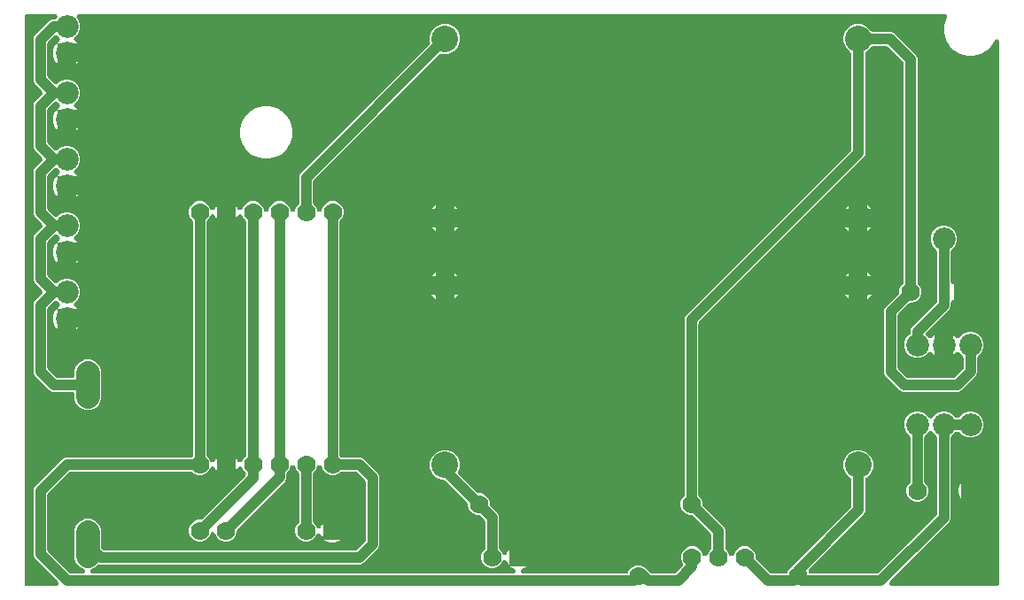
<source format=gbr>
G04 EAGLE Gerber RS-274X export*
G75*
%MOMM*%
%FSLAX34Y34*%
%LPD*%
%INBottom Copper*%
%IPPOS*%
%AMOC8*
5,1,8,0,0,1.08239X$1,22.5*%
G01*
G04 Define Apertures*
%ADD10C,2.184400*%
%ADD11C,1.778000*%
%ADD12C,2.540000*%
%ADD13C,2.247900*%
%ADD14C,1.016000*%
G36*
X142999Y341323D02*
X142008Y341122D01*
X114300Y341122D01*
X113384Y341293D01*
X112533Y341838D01*
X111961Y342671D01*
X111760Y343662D01*
X111760Y885700D01*
X111931Y886616D01*
X112476Y887467D01*
X113309Y888039D01*
X114300Y888240D01*
X140607Y888240D01*
X141484Y888084D01*
X142344Y887552D01*
X142929Y886728D01*
X143146Y885741D01*
X142961Y884747D01*
X142403Y883904D01*
X142147Y883648D01*
X141341Y883105D01*
X140351Y882904D01*
X138386Y882904D01*
X135959Y881899D01*
X121401Y867341D01*
X120396Y864914D01*
X120396Y824186D01*
X121401Y821759D01*
X128565Y814596D01*
X129091Y813828D01*
X129308Y812841D01*
X129123Y811847D01*
X128565Y811004D01*
X121401Y803841D01*
X120396Y801414D01*
X120396Y760686D01*
X121401Y758259D01*
X128565Y751096D01*
X129091Y750328D01*
X129308Y749341D01*
X129123Y748347D01*
X128565Y747504D01*
X121401Y740341D01*
X120396Y737914D01*
X120396Y697186D01*
X121401Y694759D01*
X128565Y687596D01*
X129091Y686828D01*
X129308Y685841D01*
X129123Y684847D01*
X128565Y684004D01*
X121401Y676841D01*
X120396Y674414D01*
X120396Y633686D01*
X121401Y631259D01*
X128565Y624096D01*
X129091Y623328D01*
X129308Y622341D01*
X129123Y621347D01*
X128565Y620504D01*
X121401Y613341D01*
X120396Y610914D01*
X120396Y544786D01*
X121401Y542359D01*
X135959Y527801D01*
X138386Y526796D01*
X157036Y526796D01*
X157951Y526625D01*
X158803Y526080D01*
X159374Y525247D01*
X159576Y524256D01*
X159576Y519622D01*
X161519Y514931D01*
X165109Y511340D01*
X169800Y509397D01*
X174878Y509397D01*
X179569Y511340D01*
X183159Y514931D01*
X185103Y519622D01*
X185103Y547178D01*
X183159Y551869D01*
X179569Y555460D01*
X174878Y557403D01*
X169800Y557403D01*
X165109Y555460D01*
X161519Y551869D01*
X159576Y547178D01*
X159576Y542544D01*
X159405Y541628D01*
X158860Y540777D01*
X158026Y540205D01*
X157036Y540004D01*
X143488Y540004D01*
X142534Y540190D01*
X141692Y540748D01*
X134348Y548092D01*
X133805Y548897D01*
X133604Y549888D01*
X133604Y605812D01*
X133790Y606766D01*
X134348Y607609D01*
X140123Y613384D01*
X140891Y613910D01*
X141879Y614127D01*
X142872Y613942D01*
X143715Y613384D01*
X144984Y612115D01*
X145511Y611346D01*
X145728Y610359D01*
X145543Y609365D01*
X144984Y608522D01*
X140987Y604526D01*
X138938Y599578D01*
X138938Y594222D01*
X140987Y589274D01*
X143510Y586752D01*
X143510Y605790D01*
X162548Y605790D01*
X159816Y608522D01*
X159289Y609291D01*
X159072Y610278D01*
X159258Y611272D01*
X159816Y612115D01*
X162951Y615250D01*
X164846Y619824D01*
X164846Y624776D01*
X162951Y629350D01*
X159450Y632851D01*
X154876Y634746D01*
X149924Y634746D01*
X145350Y632851D01*
X143715Y631216D01*
X142947Y630690D01*
X141960Y630473D01*
X140966Y630658D01*
X140123Y631216D01*
X134348Y636992D01*
X133805Y637797D01*
X133604Y638788D01*
X133604Y669312D01*
X133790Y670266D01*
X134348Y671109D01*
X140123Y676884D01*
X140891Y677410D01*
X141879Y677627D01*
X142872Y677442D01*
X143715Y676884D01*
X144984Y675615D01*
X145511Y674846D01*
X145728Y673859D01*
X145543Y672865D01*
X144984Y672022D01*
X140987Y668026D01*
X138938Y663078D01*
X138938Y657722D01*
X140987Y652774D01*
X143510Y650252D01*
X143510Y669290D01*
X162548Y669290D01*
X159816Y672022D01*
X159289Y672791D01*
X159072Y673778D01*
X159258Y674772D01*
X159816Y675615D01*
X162951Y678750D01*
X164846Y683324D01*
X164846Y688276D01*
X162951Y692850D01*
X159450Y696351D01*
X154876Y698246D01*
X149924Y698246D01*
X145350Y696351D01*
X143715Y694716D01*
X142947Y694190D01*
X141960Y693973D01*
X140966Y694158D01*
X140123Y694716D01*
X134348Y700492D01*
X133805Y701297D01*
X133604Y702288D01*
X133604Y732812D01*
X133790Y733766D01*
X134348Y734609D01*
X140123Y740384D01*
X140891Y740910D01*
X141879Y741127D01*
X142872Y740942D01*
X143715Y740384D01*
X144984Y739115D01*
X145511Y738346D01*
X145728Y737359D01*
X145543Y736365D01*
X144984Y735522D01*
X140987Y731526D01*
X138938Y726578D01*
X138938Y721222D01*
X140987Y716274D01*
X143510Y713752D01*
X143510Y732790D01*
X162548Y732790D01*
X159816Y735522D01*
X159289Y736291D01*
X159072Y737278D01*
X159258Y738272D01*
X159816Y739115D01*
X162951Y742250D01*
X164846Y746824D01*
X164846Y751776D01*
X162951Y756350D01*
X159450Y759851D01*
X154876Y761746D01*
X149924Y761746D01*
X145350Y759851D01*
X143715Y758216D01*
X142947Y757690D01*
X141960Y757473D01*
X140966Y757658D01*
X140123Y758216D01*
X134348Y763992D01*
X133805Y764797D01*
X133604Y765788D01*
X133604Y796312D01*
X133790Y797266D01*
X134348Y798109D01*
X140123Y803884D01*
X140891Y804410D01*
X141879Y804627D01*
X142872Y804442D01*
X143715Y803884D01*
X144984Y802615D01*
X145511Y801846D01*
X145728Y800859D01*
X145543Y799865D01*
X144984Y799022D01*
X140987Y795026D01*
X138938Y790078D01*
X138938Y784722D01*
X140987Y779774D01*
X143510Y777252D01*
X143510Y796290D01*
X162548Y796290D01*
X159816Y799022D01*
X159289Y799791D01*
X159072Y800778D01*
X159258Y801772D01*
X159816Y802615D01*
X162951Y805750D01*
X164846Y810324D01*
X164846Y815276D01*
X162951Y819850D01*
X159450Y823351D01*
X154876Y825246D01*
X149924Y825246D01*
X145350Y823351D01*
X143715Y821716D01*
X142947Y821190D01*
X141960Y820973D01*
X140966Y821158D01*
X140123Y821716D01*
X134348Y827492D01*
X133805Y828297D01*
X133604Y829288D01*
X133604Y859812D01*
X133790Y860766D01*
X134348Y861609D01*
X140123Y867384D01*
X140891Y867910D01*
X141879Y868127D01*
X142872Y867942D01*
X143715Y867384D01*
X144984Y866115D01*
X145511Y865346D01*
X145728Y864359D01*
X145543Y863365D01*
X144984Y862522D01*
X140987Y858526D01*
X138938Y853578D01*
X138938Y848222D01*
X140987Y843274D01*
X143510Y840752D01*
X143510Y859790D01*
X162548Y859790D01*
X159816Y862522D01*
X159289Y863291D01*
X159072Y864278D01*
X159258Y865272D01*
X159816Y866115D01*
X162951Y869250D01*
X164846Y873824D01*
X164846Y878776D01*
X162951Y883350D01*
X162397Y883904D01*
X161887Y884635D01*
X161655Y885619D01*
X161824Y886616D01*
X162369Y887467D01*
X163203Y888039D01*
X164193Y888240D01*
X991209Y888240D01*
X992408Y887939D01*
X993186Y887294D01*
X993651Y886396D01*
X993729Y885389D01*
X993408Y884430D01*
X992555Y882951D01*
X990840Y876552D01*
X990840Y869928D01*
X992555Y863529D01*
X995867Y857791D01*
X1000551Y853107D01*
X1006289Y849795D01*
X1012688Y848080D01*
X1019312Y848080D01*
X1025711Y849795D01*
X1031449Y853107D01*
X1036133Y857791D01*
X1039000Y862758D01*
X1039320Y863196D01*
X1040135Y863794D01*
X1041119Y864026D01*
X1042116Y863857D01*
X1042967Y863312D01*
X1043539Y862478D01*
X1043740Y861488D01*
X1043740Y343662D01*
X1043569Y342746D01*
X1043024Y341895D01*
X1042191Y341323D01*
X1041200Y341122D01*
X940794Y341122D01*
X939916Y341278D01*
X939056Y341810D01*
X938471Y342634D01*
X938254Y343622D01*
X938439Y344615D01*
X938998Y345458D01*
X996199Y402659D01*
X997204Y405086D01*
X997204Y483251D01*
X997390Y484204D01*
X997948Y485047D01*
X1000853Y487952D01*
X1001659Y488495D01*
X1002649Y488696D01*
X1003951Y488696D01*
X1004904Y488510D01*
X1005747Y487952D01*
X1008950Y484749D01*
X1013524Y482854D01*
X1018476Y482854D01*
X1023050Y484749D01*
X1026551Y488250D01*
X1028446Y492824D01*
X1028446Y497776D01*
X1026551Y502350D01*
X1023050Y505851D01*
X1018476Y507746D01*
X1013524Y507746D01*
X1008950Y505851D01*
X1005747Y502648D01*
X1004941Y502105D01*
X1003951Y501904D01*
X1002649Y501904D01*
X1001696Y502090D01*
X1000853Y502648D01*
X997650Y505851D01*
X993076Y507746D01*
X988124Y507746D01*
X983550Y505851D01*
X979696Y501997D01*
X978928Y501471D01*
X977941Y501254D01*
X976947Y501439D01*
X976104Y501997D01*
X972250Y505851D01*
X967676Y507746D01*
X962724Y507746D01*
X958150Y505851D01*
X954649Y502350D01*
X952754Y497776D01*
X952754Y492824D01*
X954649Y488250D01*
X957852Y485047D01*
X958395Y484241D01*
X958596Y483251D01*
X958596Y440976D01*
X958410Y440022D01*
X957852Y439180D01*
X956371Y437699D01*
X954786Y433871D01*
X954786Y429729D01*
X956371Y425901D01*
X959301Y422971D01*
X963129Y421386D01*
X967271Y421386D01*
X971099Y422971D01*
X974029Y425901D01*
X975614Y429729D01*
X975614Y433871D01*
X974029Y437699D01*
X972548Y439180D01*
X972005Y439985D01*
X971804Y440976D01*
X971804Y483251D01*
X971990Y484204D01*
X972548Y485047D01*
X976104Y488603D01*
X976872Y489129D01*
X977860Y489346D01*
X978853Y489161D01*
X979696Y488603D01*
X983252Y485047D01*
X983795Y484241D01*
X983996Y483251D01*
X983996Y410188D01*
X983810Y409234D01*
X983252Y408392D01*
X928411Y353550D01*
X927605Y353007D01*
X926614Y352806D01*
X863578Y352806D01*
X862700Y352962D01*
X861840Y353494D01*
X861255Y354318D01*
X861038Y355306D01*
X861223Y356299D01*
X861782Y357142D01*
X914279Y409639D01*
X915284Y412066D01*
X915284Y442202D01*
X915462Y443137D01*
X916014Y443984D01*
X916646Y444410D01*
X920739Y448503D01*
X922904Y453731D01*
X922904Y459389D01*
X920739Y464617D01*
X916737Y468619D01*
X911509Y470784D01*
X905851Y470784D01*
X900623Y468619D01*
X896621Y464617D01*
X894456Y459389D01*
X894456Y453731D01*
X896621Y448503D01*
X900704Y444420D01*
X901303Y444027D01*
X901875Y443193D01*
X902076Y442202D01*
X902076Y417168D01*
X901890Y416214D01*
X901332Y415372D01*
X845205Y359245D01*
X844803Y358642D01*
X842071Y355911D01*
X841435Y354374D01*
X840913Y353579D01*
X840079Y353007D01*
X839088Y352806D01*
X825986Y352806D01*
X825032Y352992D01*
X824190Y353550D01*
X811258Y366482D01*
X810715Y367287D01*
X810514Y368278D01*
X810514Y370371D01*
X808929Y374199D01*
X805999Y377129D01*
X802171Y378714D01*
X798029Y378714D01*
X794201Y377129D01*
X791271Y374199D01*
X789947Y371001D01*
X789466Y370250D01*
X788646Y369658D01*
X787661Y369434D01*
X786666Y369611D01*
X785818Y370162D01*
X785253Y371001D01*
X783929Y374199D01*
X782448Y375680D01*
X781905Y376485D01*
X781704Y377476D01*
X781704Y394614D01*
X780699Y397041D01*
X760458Y417282D01*
X759915Y418087D01*
X759714Y419078D01*
X759714Y421171D01*
X758129Y424999D01*
X756648Y426480D01*
X756105Y427285D01*
X755904Y428276D01*
X755904Y591832D01*
X756090Y592786D01*
X756648Y593629D01*
X914289Y751269D01*
X915294Y753696D01*
X915294Y849882D01*
X915472Y850817D01*
X916024Y851664D01*
X916656Y852090D01*
X920830Y856264D01*
X921223Y856863D01*
X922057Y857435D01*
X923048Y857636D01*
X935372Y857636D01*
X936326Y857450D01*
X937169Y856892D01*
X951302Y842759D01*
X951845Y841953D01*
X952046Y840962D01*
X952046Y631476D01*
X951860Y630522D01*
X951302Y629680D01*
X949821Y628199D01*
X948236Y624371D01*
X948236Y622278D01*
X948050Y621324D01*
X947492Y620482D01*
X934201Y607191D01*
X933196Y604764D01*
X933196Y544786D01*
X934201Y542359D01*
X948759Y527801D01*
X951186Y526796D01*
X1004614Y526796D01*
X1007041Y527801D01*
X1021599Y542359D01*
X1022604Y544786D01*
X1022604Y559451D01*
X1022790Y560404D01*
X1023348Y561247D01*
X1026551Y564450D01*
X1028446Y569024D01*
X1028446Y573976D01*
X1026551Y578550D01*
X1023050Y582051D01*
X1018476Y583946D01*
X1013524Y583946D01*
X1008950Y582051D01*
X1005815Y578916D01*
X1005046Y578389D01*
X1004059Y578172D01*
X1003065Y578358D01*
X1002222Y578916D01*
X999490Y581648D01*
X999490Y561352D01*
X1002222Y564084D01*
X1002991Y564611D01*
X1003978Y564828D01*
X1004972Y564643D01*
X1005815Y564084D01*
X1008652Y561247D01*
X1009195Y560441D01*
X1009396Y559451D01*
X1009396Y549888D01*
X1009210Y548934D01*
X1008652Y548092D01*
X1001309Y540748D01*
X1000503Y540205D01*
X999512Y540004D01*
X956288Y540004D01*
X955334Y540190D01*
X954492Y540748D01*
X947148Y548092D01*
X946605Y548897D01*
X946404Y549888D01*
X946404Y599662D01*
X946590Y600616D01*
X947148Y601459D01*
X956832Y611142D01*
X957637Y611685D01*
X958628Y611886D01*
X960721Y611886D01*
X964549Y613471D01*
X967479Y616401D01*
X969064Y620229D01*
X969064Y624371D01*
X967479Y628199D01*
X965998Y629680D01*
X965455Y630485D01*
X965254Y631476D01*
X965254Y846064D01*
X964249Y848491D01*
X942901Y869839D01*
X940474Y870844D01*
X923048Y870844D01*
X922113Y871022D01*
X921266Y871574D01*
X920840Y872206D01*
X916747Y876299D01*
X911519Y878464D01*
X905861Y878464D01*
X900633Y876299D01*
X896631Y872297D01*
X894466Y867069D01*
X894466Y861411D01*
X896631Y856183D01*
X900714Y852100D01*
X901313Y851707D01*
X901885Y850873D01*
X902086Y849882D01*
X902086Y758798D01*
X901900Y757844D01*
X901342Y757002D01*
X743701Y599361D01*
X742696Y596934D01*
X742696Y428276D01*
X742510Y427322D01*
X741952Y426480D01*
X740471Y424999D01*
X738886Y421171D01*
X738886Y417029D01*
X740471Y413201D01*
X743401Y410271D01*
X747229Y408686D01*
X749322Y408686D01*
X750276Y408500D01*
X751119Y407942D01*
X767752Y391309D01*
X768295Y390503D01*
X768496Y389512D01*
X768496Y377476D01*
X768310Y376522D01*
X767752Y375680D01*
X766271Y374199D01*
X764947Y371001D01*
X764466Y370250D01*
X763646Y369658D01*
X762661Y369434D01*
X761666Y369611D01*
X760818Y370162D01*
X760253Y371001D01*
X758929Y374199D01*
X755999Y377129D01*
X752171Y378714D01*
X748029Y378714D01*
X744201Y377129D01*
X741271Y374199D01*
X739686Y370371D01*
X739686Y366229D01*
X741263Y362422D01*
X741456Y361490D01*
X741270Y360496D01*
X740712Y359654D01*
X734609Y353550D01*
X733803Y353007D01*
X732812Y352806D01*
X711686Y352806D01*
X710732Y352992D01*
X709890Y353550D01*
X707733Y355707D01*
X707130Y356109D01*
X704399Y358841D01*
X700571Y360426D01*
X696429Y360426D01*
X692601Y358841D01*
X689671Y355911D01*
X689035Y354374D01*
X688513Y353579D01*
X687679Y353007D01*
X686688Y352806D01*
X589032Y352806D01*
X588173Y352956D01*
X587309Y353480D01*
X586717Y354300D01*
X586492Y355285D01*
X586670Y356280D01*
X587221Y357128D01*
X588060Y357693D01*
X590275Y358610D01*
X591074Y359410D01*
X576526Y359410D01*
X577325Y358610D01*
X579540Y357693D01*
X580276Y357226D01*
X580874Y356411D01*
X581107Y355427D01*
X580938Y354430D01*
X580393Y353579D01*
X579559Y353007D01*
X578568Y352806D01*
X177529Y352806D01*
X176671Y352956D01*
X175806Y353480D01*
X175215Y354300D01*
X174990Y355285D01*
X175167Y356281D01*
X175719Y357128D01*
X176557Y357693D01*
X179569Y358940D01*
X181581Y360952D01*
X182386Y361495D01*
X183377Y361696D01*
X433114Y361696D01*
X435541Y362701D01*
X450099Y377259D01*
X451104Y379686D01*
X451104Y445814D01*
X450099Y448241D01*
X435541Y462799D01*
X433114Y463804D01*
X415576Y463804D01*
X414622Y463990D01*
X413780Y464548D01*
X413748Y464580D01*
X413205Y465385D01*
X413004Y466376D01*
X413004Y689324D01*
X413190Y690278D01*
X413748Y691120D01*
X415229Y692601D01*
X416814Y696429D01*
X416814Y700571D01*
X415229Y704399D01*
X412299Y707329D01*
X408471Y708914D01*
X404329Y708914D01*
X400501Y707329D01*
X397571Y704399D01*
X396047Y700718D01*
X395566Y699967D01*
X394746Y699375D01*
X393761Y699151D01*
X392766Y699328D01*
X391918Y699880D01*
X391353Y700718D01*
X389829Y704399D01*
X388348Y705880D01*
X387805Y706685D01*
X387604Y707676D01*
X387604Y727732D01*
X387790Y728686D01*
X388348Y729529D01*
X508237Y849418D01*
X509024Y849953D01*
X510013Y850162D01*
X510761Y850016D01*
X516549Y850016D01*
X521777Y852181D01*
X525779Y856183D01*
X527944Y861411D01*
X527944Y867069D01*
X525779Y872297D01*
X521777Y876299D01*
X516549Y878464D01*
X510891Y878464D01*
X505663Y876299D01*
X501661Y872297D01*
X499496Y867069D01*
X499496Y861296D01*
X499642Y860594D01*
X499456Y859600D01*
X498898Y858757D01*
X375401Y735261D01*
X374396Y732834D01*
X374396Y707676D01*
X374210Y706722D01*
X373652Y705880D01*
X372171Y704399D01*
X370647Y700718D01*
X370166Y699967D01*
X369346Y699375D01*
X368361Y699151D01*
X367366Y699328D01*
X366518Y699880D01*
X365953Y700718D01*
X364429Y704399D01*
X361499Y707329D01*
X357671Y708914D01*
X353529Y708914D01*
X349701Y707329D01*
X346771Y704399D01*
X345247Y700718D01*
X344766Y699967D01*
X343946Y699375D01*
X342961Y699151D01*
X341966Y699328D01*
X341118Y699880D01*
X340553Y700718D01*
X339029Y704399D01*
X336099Y707329D01*
X332271Y708914D01*
X328129Y708914D01*
X324301Y707329D01*
X321371Y704399D01*
X320397Y702045D01*
X319916Y701294D01*
X319096Y700703D01*
X318111Y700478D01*
X317115Y700656D01*
X316268Y701207D01*
X315703Y702045D01*
X314490Y704975D01*
X313690Y705774D01*
X313690Y691226D01*
X314490Y692025D01*
X315703Y694955D01*
X316184Y695706D01*
X317004Y696297D01*
X317989Y696522D01*
X318984Y696344D01*
X319832Y695793D01*
X320397Y694955D01*
X321371Y692601D01*
X322852Y691120D01*
X323395Y690315D01*
X323596Y689324D01*
X323596Y466376D01*
X323410Y465422D01*
X322852Y464580D01*
X321371Y463099D01*
X320397Y460745D01*
X319916Y459994D01*
X319096Y459403D01*
X318111Y459178D01*
X317115Y459356D01*
X316268Y459907D01*
X315703Y460745D01*
X314490Y463675D01*
X313690Y464474D01*
X313690Y449926D01*
X314490Y450725D01*
X315703Y453655D01*
X316184Y454406D01*
X317004Y454997D01*
X317989Y455222D01*
X318984Y455044D01*
X319832Y454493D01*
X320397Y453655D01*
X321371Y451301D01*
X322720Y449952D01*
X323247Y449184D01*
X323464Y448196D01*
X323279Y447203D01*
X322720Y446360D01*
X281219Y404858D01*
X280413Y404315D01*
X279422Y404114D01*
X277329Y404114D01*
X273501Y402529D01*
X270571Y399599D01*
X268986Y395771D01*
X268986Y391629D01*
X270571Y387801D01*
X273501Y384871D01*
X277329Y383286D01*
X281471Y383286D01*
X285299Y384871D01*
X288229Y387801D01*
X289553Y390999D01*
X290034Y391750D01*
X290854Y392342D01*
X291839Y392567D01*
X292834Y392389D01*
X293682Y391838D01*
X294247Y390999D01*
X295571Y387801D01*
X298501Y384871D01*
X302329Y383286D01*
X306471Y383286D01*
X310299Y384871D01*
X313229Y387801D01*
X314814Y391629D01*
X314814Y393722D01*
X315000Y394676D01*
X315558Y395519D01*
X361199Y441159D01*
X362204Y443586D01*
X362204Y448024D01*
X362390Y448978D01*
X362948Y449820D01*
X364429Y451301D01*
X365953Y454982D01*
X366434Y455733D01*
X367254Y456325D01*
X368239Y456549D01*
X369234Y456372D01*
X370082Y455820D01*
X370647Y454982D01*
X372171Y451301D01*
X373652Y449820D01*
X374195Y449015D01*
X374396Y448024D01*
X374396Y402876D01*
X374210Y401922D01*
X373652Y401080D01*
X372171Y399599D01*
X370586Y395771D01*
X370586Y391629D01*
X372171Y387801D01*
X375101Y384871D01*
X378929Y383286D01*
X383071Y383286D01*
X386899Y384871D01*
X389829Y387801D01*
X390604Y389672D01*
X391084Y390423D01*
X391904Y391014D01*
X392889Y391239D01*
X393885Y391062D01*
X394732Y390510D01*
X395297Y389672D01*
X396310Y387225D01*
X397110Y386426D01*
X397110Y400974D01*
X396310Y400175D01*
X395297Y397728D01*
X394816Y396977D01*
X393997Y396386D01*
X393011Y396161D01*
X392016Y396338D01*
X391168Y396890D01*
X390604Y397728D01*
X389829Y399599D01*
X388348Y401080D01*
X387805Y401885D01*
X387604Y402876D01*
X387604Y448024D01*
X387790Y448978D01*
X388348Y449820D01*
X389829Y451301D01*
X391353Y454982D01*
X391834Y455733D01*
X392654Y456325D01*
X393639Y456549D01*
X394634Y456372D01*
X395482Y455820D01*
X396047Y454982D01*
X397571Y451301D01*
X400501Y448371D01*
X404329Y446786D01*
X408471Y446786D01*
X412299Y448371D01*
X413780Y449852D01*
X414585Y450395D01*
X415576Y450596D01*
X428012Y450596D01*
X428966Y450410D01*
X429809Y449852D01*
X437152Y442509D01*
X437695Y441703D01*
X437896Y440712D01*
X437896Y384788D01*
X437710Y383834D01*
X437152Y382992D01*
X429809Y375648D01*
X429003Y375105D01*
X428012Y374904D01*
X188827Y374904D01*
X187873Y375090D01*
X187031Y375648D01*
X185846Y376832D01*
X185304Y377637D01*
X185103Y378628D01*
X185103Y394778D01*
X183159Y399469D01*
X179569Y403060D01*
X174878Y405003D01*
X169800Y405003D01*
X165109Y403060D01*
X161519Y399469D01*
X159576Y394778D01*
X159576Y367222D01*
X161519Y362531D01*
X165109Y358940D01*
X168121Y357693D01*
X168857Y357226D01*
X169455Y356411D01*
X169687Y355427D01*
X169518Y354430D01*
X168973Y353579D01*
X168139Y353007D01*
X167149Y352806D01*
X156188Y352806D01*
X155234Y352992D01*
X154392Y353550D01*
X134348Y373594D01*
X133805Y374399D01*
X133604Y375390D01*
X133604Y428012D01*
X133790Y428966D01*
X134348Y429809D01*
X154392Y449852D01*
X155197Y450395D01*
X156188Y450596D01*
X270224Y450596D01*
X271178Y450410D01*
X272020Y449852D01*
X273501Y448371D01*
X277329Y446786D01*
X281471Y446786D01*
X285299Y448371D01*
X288229Y451301D01*
X289204Y453655D01*
X289684Y454406D01*
X290504Y454997D01*
X291489Y455222D01*
X292485Y455044D01*
X293332Y454493D01*
X293897Y453655D01*
X295110Y450725D01*
X295910Y449926D01*
X295910Y464474D01*
X295110Y463675D01*
X293897Y460745D01*
X293416Y459994D01*
X292597Y459403D01*
X291611Y459178D01*
X290616Y459356D01*
X289769Y459907D01*
X289204Y460745D01*
X288229Y463099D01*
X286748Y464580D01*
X286205Y465385D01*
X286004Y466376D01*
X286004Y689324D01*
X286190Y690278D01*
X286748Y691120D01*
X288229Y692601D01*
X289204Y694955D01*
X289684Y695706D01*
X290504Y696297D01*
X291489Y696522D01*
X292485Y696344D01*
X293332Y695793D01*
X293897Y694955D01*
X295110Y692025D01*
X295910Y691226D01*
X295910Y705774D01*
X295110Y704975D01*
X293897Y702045D01*
X293416Y701294D01*
X292597Y700703D01*
X291611Y700478D01*
X290616Y700656D01*
X289769Y701207D01*
X289204Y702045D01*
X288229Y704399D01*
X285299Y707329D01*
X281471Y708914D01*
X277329Y708914D01*
X273501Y707329D01*
X270571Y704399D01*
X268986Y700571D01*
X268986Y696429D01*
X270571Y692601D01*
X272052Y691120D01*
X272595Y690315D01*
X272796Y689324D01*
X272796Y466376D01*
X272610Y465422D01*
X272052Y464580D01*
X272020Y464548D01*
X271215Y464005D01*
X270224Y463804D01*
X151086Y463804D01*
X148659Y462799D01*
X121401Y435541D01*
X120396Y433114D01*
X120396Y370288D01*
X121401Y367861D01*
X143805Y345458D01*
X144315Y344727D01*
X144547Y343743D01*
X144378Y342746D01*
X143833Y341895D01*
X142999Y341323D01*
G37*
%LPC*%
G36*
X161290Y842010D02*
X161290Y840752D01*
X162548Y842010D01*
X161290Y842010D01*
G37*
G36*
X339588Y749540D02*
X346212Y749540D01*
X352611Y751255D01*
X358349Y754567D01*
X363033Y759251D01*
X366345Y764989D01*
X368060Y771388D01*
X368060Y778012D01*
X366345Y784411D01*
X363033Y790149D01*
X358349Y794833D01*
X352611Y798145D01*
X346212Y799860D01*
X339588Y799860D01*
X333189Y798145D01*
X327451Y794833D01*
X322767Y790149D01*
X319455Y784411D01*
X317740Y778012D01*
X317740Y771388D01*
X319455Y764989D01*
X322767Y759251D01*
X327451Y754567D01*
X333189Y751255D01*
X339588Y749540D01*
G37*
G36*
X161290Y778510D02*
X161290Y777252D01*
X162548Y778510D01*
X161290Y778510D01*
G37*
G36*
X161290Y715010D02*
X161290Y713752D01*
X162548Y715010D01*
X161290Y715010D01*
G37*
G36*
X917580Y701680D02*
X921353Y701680D01*
X917580Y705453D01*
X917580Y701680D01*
G37*
G36*
X896027Y701680D02*
X899800Y701680D01*
X899800Y705453D01*
X896027Y701680D01*
G37*
G36*
X501057Y701680D02*
X504830Y701680D01*
X504830Y705453D01*
X501057Y701680D01*
G37*
G36*
X522610Y701680D02*
X526383Y701680D01*
X522610Y705453D01*
X522610Y701680D01*
G37*
G36*
X962724Y559054D02*
X967676Y559054D01*
X972250Y560949D01*
X975386Y564084D01*
X976154Y564611D01*
X977141Y564828D01*
X978135Y564643D01*
X978978Y564084D01*
X981710Y561352D01*
X981710Y581648D01*
X978978Y578916D01*
X978209Y578389D01*
X977222Y578172D01*
X976228Y578358D01*
X975386Y578916D01*
X974116Y580185D01*
X973590Y580953D01*
X973373Y581940D01*
X973558Y582934D01*
X974116Y583777D01*
X996199Y605859D01*
X997204Y608286D01*
X997204Y612249D01*
X997360Y613127D01*
X997892Y613987D01*
X998716Y614572D01*
X999704Y614789D01*
X1000560Y614629D01*
X1000560Y629986D01*
X999825Y629812D01*
X998828Y629981D01*
X997977Y630526D01*
X997405Y631360D01*
X997204Y632351D01*
X997204Y661051D01*
X997390Y662004D01*
X997948Y662847D01*
X1001151Y666050D01*
X1003046Y670624D01*
X1003046Y675576D01*
X1001151Y680150D01*
X997650Y683651D01*
X993076Y685546D01*
X988124Y685546D01*
X983550Y683651D01*
X980049Y680150D01*
X978154Y675576D01*
X978154Y670624D01*
X980049Y666050D01*
X983252Y662847D01*
X983795Y662041D01*
X983996Y661051D01*
X983996Y613388D01*
X983810Y612434D01*
X983252Y611592D01*
X959601Y587941D01*
X958596Y585514D01*
X958596Y583549D01*
X958410Y582596D01*
X957852Y581753D01*
X954649Y578550D01*
X952754Y573976D01*
X952754Y569024D01*
X954649Y564450D01*
X958150Y560949D01*
X962724Y559054D01*
G37*
G36*
X501057Y683900D02*
X504830Y680127D01*
X504830Y683900D01*
X501057Y683900D01*
G37*
G36*
X522610Y683900D02*
X522610Y680127D01*
X526383Y683900D01*
X522610Y683900D01*
G37*
G36*
X896027Y683900D02*
X899800Y680127D01*
X899800Y683900D01*
X896027Y683900D01*
G37*
G36*
X917580Y683900D02*
X917580Y680127D01*
X921353Y683900D01*
X917580Y683900D01*
G37*
G36*
X161290Y651510D02*
X161290Y650252D01*
X162548Y651510D01*
X161290Y651510D01*
G37*
G36*
X896017Y636900D02*
X899790Y636900D01*
X899790Y640673D01*
X896017Y636900D01*
G37*
G36*
X522600Y636900D02*
X526373Y636900D01*
X522600Y640673D01*
X522600Y636900D01*
G37*
G36*
X501047Y636900D02*
X504820Y636900D01*
X504820Y640673D01*
X501047Y636900D01*
G37*
G36*
X917570Y636900D02*
X921343Y636900D01*
X917570Y640673D01*
X917570Y636900D01*
G37*
G36*
X896017Y619120D02*
X899790Y615347D01*
X899790Y619120D01*
X896017Y619120D01*
G37*
G36*
X917570Y619120D02*
X917570Y615347D01*
X921343Y619120D01*
X917570Y619120D01*
G37*
G36*
X522600Y619120D02*
X522600Y615347D01*
X526373Y619120D01*
X522600Y619120D01*
G37*
G36*
X501047Y619120D02*
X504820Y615347D01*
X504820Y619120D01*
X501047Y619120D01*
G37*
G36*
X161290Y588010D02*
X161290Y586752D01*
X162548Y588010D01*
X161290Y588010D01*
G37*
G36*
X556729Y357886D02*
X560871Y357886D01*
X564699Y359471D01*
X567629Y362401D01*
X568404Y364272D01*
X568884Y365023D01*
X569704Y365614D01*
X570689Y365839D01*
X571685Y365662D01*
X572532Y365110D01*
X573097Y364272D01*
X574110Y361825D01*
X574910Y361026D01*
X574910Y375574D01*
X574110Y374775D01*
X573097Y372328D01*
X572616Y371577D01*
X571797Y370986D01*
X570811Y370761D01*
X569816Y370938D01*
X568968Y371490D01*
X568404Y372328D01*
X567629Y374199D01*
X566148Y375680D01*
X565605Y376485D01*
X565404Y377476D01*
X565404Y407714D01*
X564399Y410141D01*
X557258Y417282D01*
X556715Y418087D01*
X556514Y419078D01*
X556514Y421171D01*
X554929Y424999D01*
X551999Y427929D01*
X548171Y429514D01*
X546078Y429514D01*
X545124Y429700D01*
X544282Y430258D01*
X527047Y447492D01*
X526512Y448279D01*
X526303Y449268D01*
X526497Y450260D01*
X527934Y453731D01*
X527934Y459389D01*
X525769Y464617D01*
X521767Y468619D01*
X516539Y470784D01*
X510881Y470784D01*
X505653Y468619D01*
X501651Y464617D01*
X499486Y459389D01*
X499486Y453731D01*
X501651Y448503D01*
X505653Y444501D01*
X510881Y442336D01*
X512472Y442336D01*
X513426Y442150D01*
X514269Y441592D01*
X534942Y420919D01*
X535485Y420113D01*
X535686Y419122D01*
X535686Y417029D01*
X537271Y413201D01*
X540201Y410271D01*
X544029Y408686D01*
X546122Y408686D01*
X547076Y408500D01*
X547919Y407942D01*
X551452Y404409D01*
X551995Y403603D01*
X552196Y402612D01*
X552196Y377476D01*
X552010Y376522D01*
X551452Y375680D01*
X549971Y374199D01*
X548386Y370371D01*
X548386Y366229D01*
X549971Y362401D01*
X552901Y359471D01*
X556729Y357886D01*
G37*
G36*
X1006310Y425325D02*
X1007110Y424526D01*
X1007110Y439074D01*
X1006310Y438275D01*
X1004570Y434074D01*
X1004570Y429526D01*
X1006310Y425325D01*
G37*
G36*
X403726Y382270D02*
X408274Y382270D01*
X412475Y384010D01*
X413274Y384810D01*
X398726Y384810D01*
X399525Y384010D01*
X403726Y382270D01*
G37*
%LPD*%
D10*
X152400Y850900D03*
X152400Y876300D03*
X152400Y787400D03*
X152400Y812800D03*
X152400Y723900D03*
X152400Y749300D03*
X152400Y660400D03*
X152400Y685800D03*
X152400Y596900D03*
X152400Y622300D03*
D11*
X279400Y698500D03*
X304800Y698500D03*
X330200Y698500D03*
X355600Y698500D03*
X381000Y698500D03*
X406400Y698500D03*
D12*
X513720Y864240D03*
X513720Y692790D03*
X908690Y692790D03*
X908690Y864240D03*
D11*
X279400Y457200D03*
X304800Y457200D03*
X330200Y457200D03*
X355600Y457200D03*
X381000Y457200D03*
X406400Y457200D03*
D10*
X1016000Y571500D03*
X990600Y571500D03*
X965200Y571500D03*
X1016000Y495300D03*
X990600Y495300D03*
X965200Y495300D03*
D13*
X172339Y392240D02*
X172339Y369761D01*
X172339Y522161D02*
X172339Y544640D01*
D11*
X958650Y622300D03*
X1009450Y622300D03*
X1016000Y431800D03*
X965200Y431800D03*
D10*
X990600Y673100D03*
D11*
X800100Y368300D03*
X775100Y368300D03*
X750100Y368300D03*
X558800Y368300D03*
X583800Y368300D03*
X381000Y393700D03*
X406000Y393700D03*
X279400Y393700D03*
X304400Y393700D03*
X546100Y419100D03*
X596900Y419100D03*
X850900Y350012D03*
X850900Y400812D03*
X749300Y419100D03*
X800100Y419100D03*
X698500Y350012D03*
X698500Y400812D03*
D12*
X908680Y456560D03*
X908680Y628010D03*
X513710Y628010D03*
X513710Y456560D03*
D14*
X152400Y876300D02*
X139700Y876300D01*
X127000Y863600D01*
X127000Y825500D01*
X139700Y812800D01*
X152400Y812800D01*
X139700Y812800D02*
X127000Y800100D01*
X127000Y762000D01*
X139700Y749300D01*
X152400Y749300D01*
X139700Y749300D02*
X127000Y736600D01*
X127000Y698500D01*
X139700Y685800D01*
X152400Y685800D01*
X139700Y685800D02*
X127000Y673100D01*
X127000Y635000D01*
X139700Y622300D01*
X152400Y622300D01*
X139700Y622300D02*
X127000Y609600D01*
X127000Y546100D01*
X139700Y533400D01*
X172339Y533400D01*
X381000Y731520D02*
X513720Y864240D01*
X381000Y731520D02*
X381000Y698500D01*
X381000Y457200D02*
X381000Y393700D01*
X990600Y609600D02*
X990600Y673100D01*
X990600Y609600D02*
X965200Y584200D01*
X965200Y571500D01*
X185039Y368300D02*
X172339Y381000D01*
X185039Y368300D02*
X431800Y368300D01*
X444500Y381000D01*
X444500Y444500D01*
X431800Y457200D01*
X406400Y457200D01*
X406400Y698500D01*
X965200Y495300D02*
X965200Y431800D01*
X822198Y346202D02*
X800100Y368300D01*
X822198Y346202D02*
X847090Y346202D01*
X850900Y350012D01*
X990600Y495300D02*
X1016000Y495300D01*
X990600Y495300D02*
X990600Y406400D01*
X930402Y346202D01*
X854710Y346202D01*
X850900Y350012D01*
X908680Y413380D02*
X908680Y456560D01*
X908680Y413380D02*
X850900Y355600D01*
X908690Y755010D02*
X908690Y864240D01*
X908690Y755010D02*
X749300Y595620D01*
X749300Y419100D01*
X775100Y393300D01*
X775100Y368300D01*
X958650Y622300D02*
X958650Y844750D01*
X939160Y864240D01*
X908690Y864240D01*
X958650Y622300D02*
X939800Y603450D01*
X939800Y546100D01*
X952500Y533400D01*
X1003300Y533400D01*
X1016000Y546100D01*
X1016000Y571500D01*
X279400Y457200D02*
X152400Y457200D01*
X127000Y431800D01*
X127000Y371602D01*
X152400Y346202D01*
X694690Y346202D01*
X698500Y350012D01*
X704088Y350012D01*
X707898Y346202D01*
X736600Y346202D01*
X750100Y359702D01*
X750100Y368300D01*
X279400Y457200D02*
X279400Y698500D01*
X558800Y406400D02*
X558800Y368300D01*
X558800Y406400D02*
X546100Y419100D01*
X513710Y451490D02*
X513710Y456560D01*
X513710Y451490D02*
X546100Y419100D01*
X330200Y457200D02*
X330200Y698500D01*
X330200Y457200D02*
X330200Y444500D01*
X279400Y393700D01*
X355600Y457200D02*
X355600Y698500D01*
X355600Y457200D02*
X355600Y444900D01*
X304400Y393700D01*
M02*

</source>
